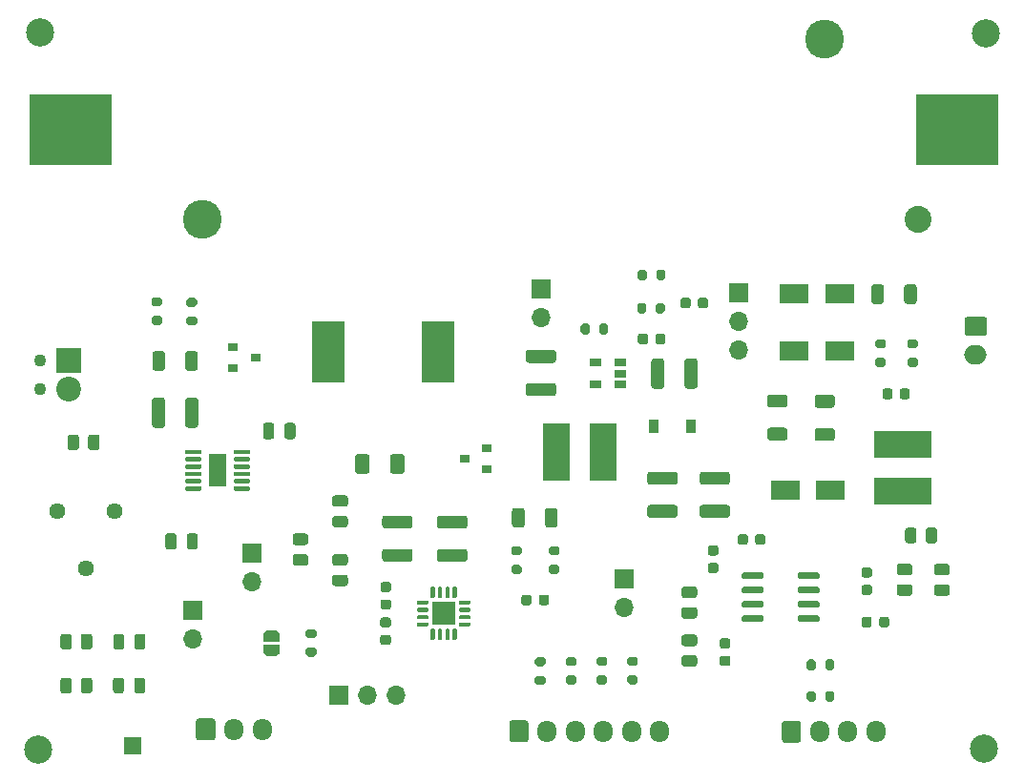
<source format=gbr>
%TF.GenerationSoftware,KiCad,Pcbnew,5.1.12-84ad8e8a86~92~ubuntu20.04.1*%
%TF.CreationDate,2022-07-31T12:46:28-07:00*%
%TF.ProjectId,MPPTSolarPwrModule,4d505054-536f-46c6-9172-5077724d6f64,rev?*%
%TF.SameCoordinates,Original*%
%TF.FileFunction,Soldermask,Top*%
%TF.FilePolarity,Negative*%
%FSLAX46Y46*%
G04 Gerber Fmt 4.6, Leading zero omitted, Abs format (unit mm)*
G04 Created by KiCad (PCBNEW 5.1.12-84ad8e8a86~92~ubuntu20.04.1) date 2022-07-31 12:46:28*
%MOMM*%
%LPD*%
G01*
G04 APERTURE LIST*
%ADD10R,2.100000X2.100000*%
%ADD11R,2.350000X5.100000*%
%ADD12R,7.340000X6.350000*%
%ADD13C,3.450000*%
%ADD14C,2.390000*%
%ADD15R,0.900000X0.800000*%
%ADD16R,2.500000X1.800000*%
%ADD17R,0.900000X1.200000*%
%ADD18C,2.500000*%
%ADD19R,1.700000X1.700000*%
%ADD20O,1.700000X1.700000*%
%ADD21O,2.000000X1.700000*%
%ADD22R,2.900000X5.400000*%
%ADD23R,5.100000X2.350000*%
%ADD24R,1.650000X2.850000*%
%ADD25R,1.060000X0.650000*%
%ADD26C,0.100000*%
%ADD27R,2.200000X2.200000*%
%ADD28C,1.100000*%
%ADD29C,2.200000*%
%ADD30C,1.440000*%
%ADD31R,1.500000X1.500000*%
%ADD32O,1.700000X1.950000*%
G04 APERTURE END LIST*
D10*
%TO.C,U2*%
X130539600Y-92217200D03*
G36*
G01*
X129389600Y-90779700D02*
X129389600Y-89929700D01*
G75*
G02*
X129477100Y-89842200I87500J0D01*
G01*
X129652100Y-89842200D01*
G75*
G02*
X129739600Y-89929700I0J-87500D01*
G01*
X129739600Y-90779700D01*
G75*
G02*
X129652100Y-90867200I-87500J0D01*
G01*
X129477100Y-90867200D01*
G75*
G02*
X129389600Y-90779700I0J87500D01*
G01*
G37*
G36*
G01*
X130039600Y-90779700D02*
X130039600Y-89929700D01*
G75*
G02*
X130127100Y-89842200I87500J0D01*
G01*
X130302100Y-89842200D01*
G75*
G02*
X130389600Y-89929700I0J-87500D01*
G01*
X130389600Y-90779700D01*
G75*
G02*
X130302100Y-90867200I-87500J0D01*
G01*
X130127100Y-90867200D01*
G75*
G02*
X130039600Y-90779700I0J87500D01*
G01*
G37*
G36*
G01*
X130689600Y-90779700D02*
X130689600Y-89929700D01*
G75*
G02*
X130777100Y-89842200I87500J0D01*
G01*
X130952100Y-89842200D01*
G75*
G02*
X131039600Y-89929700I0J-87500D01*
G01*
X131039600Y-90779700D01*
G75*
G02*
X130952100Y-90867200I-87500J0D01*
G01*
X130777100Y-90867200D01*
G75*
G02*
X130689600Y-90779700I0J87500D01*
G01*
G37*
G36*
G01*
X131339600Y-90779700D02*
X131339600Y-89929700D01*
G75*
G02*
X131427100Y-89842200I87500J0D01*
G01*
X131602100Y-89842200D01*
G75*
G02*
X131689600Y-89929700I0J-87500D01*
G01*
X131689600Y-90779700D01*
G75*
G02*
X131602100Y-90867200I-87500J0D01*
G01*
X131427100Y-90867200D01*
G75*
G02*
X131339600Y-90779700I0J87500D01*
G01*
G37*
G36*
G01*
X131889600Y-91329700D02*
X131889600Y-91154700D01*
G75*
G02*
X131977100Y-91067200I87500J0D01*
G01*
X132827100Y-91067200D01*
G75*
G02*
X132914600Y-91154700I0J-87500D01*
G01*
X132914600Y-91329700D01*
G75*
G02*
X132827100Y-91417200I-87500J0D01*
G01*
X131977100Y-91417200D01*
G75*
G02*
X131889600Y-91329700I0J87500D01*
G01*
G37*
G36*
G01*
X131889600Y-91979700D02*
X131889600Y-91804700D01*
G75*
G02*
X131977100Y-91717200I87500J0D01*
G01*
X132827100Y-91717200D01*
G75*
G02*
X132914600Y-91804700I0J-87500D01*
G01*
X132914600Y-91979700D01*
G75*
G02*
X132827100Y-92067200I-87500J0D01*
G01*
X131977100Y-92067200D01*
G75*
G02*
X131889600Y-91979700I0J87500D01*
G01*
G37*
G36*
G01*
X131889600Y-92629700D02*
X131889600Y-92454700D01*
G75*
G02*
X131977100Y-92367200I87500J0D01*
G01*
X132827100Y-92367200D01*
G75*
G02*
X132914600Y-92454700I0J-87500D01*
G01*
X132914600Y-92629700D01*
G75*
G02*
X132827100Y-92717200I-87500J0D01*
G01*
X131977100Y-92717200D01*
G75*
G02*
X131889600Y-92629700I0J87500D01*
G01*
G37*
G36*
G01*
X131889600Y-93279700D02*
X131889600Y-93104700D01*
G75*
G02*
X131977100Y-93017200I87500J0D01*
G01*
X132827100Y-93017200D01*
G75*
G02*
X132914600Y-93104700I0J-87500D01*
G01*
X132914600Y-93279700D01*
G75*
G02*
X132827100Y-93367200I-87500J0D01*
G01*
X131977100Y-93367200D01*
G75*
G02*
X131889600Y-93279700I0J87500D01*
G01*
G37*
G36*
G01*
X131339600Y-94504700D02*
X131339600Y-93654700D01*
G75*
G02*
X131427100Y-93567200I87500J0D01*
G01*
X131602100Y-93567200D01*
G75*
G02*
X131689600Y-93654700I0J-87500D01*
G01*
X131689600Y-94504700D01*
G75*
G02*
X131602100Y-94592200I-87500J0D01*
G01*
X131427100Y-94592200D01*
G75*
G02*
X131339600Y-94504700I0J87500D01*
G01*
G37*
G36*
G01*
X130689600Y-94504700D02*
X130689600Y-93654700D01*
G75*
G02*
X130777100Y-93567200I87500J0D01*
G01*
X130952100Y-93567200D01*
G75*
G02*
X131039600Y-93654700I0J-87500D01*
G01*
X131039600Y-94504700D01*
G75*
G02*
X130952100Y-94592200I-87500J0D01*
G01*
X130777100Y-94592200D01*
G75*
G02*
X130689600Y-94504700I0J87500D01*
G01*
G37*
G36*
G01*
X130039600Y-94504700D02*
X130039600Y-93654700D01*
G75*
G02*
X130127100Y-93567200I87500J0D01*
G01*
X130302100Y-93567200D01*
G75*
G02*
X130389600Y-93654700I0J-87500D01*
G01*
X130389600Y-94504700D01*
G75*
G02*
X130302100Y-94592200I-87500J0D01*
G01*
X130127100Y-94592200D01*
G75*
G02*
X130039600Y-94504700I0J87500D01*
G01*
G37*
G36*
G01*
X129389600Y-94504700D02*
X129389600Y-93654700D01*
G75*
G02*
X129477100Y-93567200I87500J0D01*
G01*
X129652100Y-93567200D01*
G75*
G02*
X129739600Y-93654700I0J-87500D01*
G01*
X129739600Y-94504700D01*
G75*
G02*
X129652100Y-94592200I-87500J0D01*
G01*
X129477100Y-94592200D01*
G75*
G02*
X129389600Y-94504700I0J87500D01*
G01*
G37*
G36*
G01*
X128164600Y-93279700D02*
X128164600Y-93104700D01*
G75*
G02*
X128252100Y-93017200I87500J0D01*
G01*
X129102100Y-93017200D01*
G75*
G02*
X129189600Y-93104700I0J-87500D01*
G01*
X129189600Y-93279700D01*
G75*
G02*
X129102100Y-93367200I-87500J0D01*
G01*
X128252100Y-93367200D01*
G75*
G02*
X128164600Y-93279700I0J87500D01*
G01*
G37*
G36*
G01*
X128164600Y-92629700D02*
X128164600Y-92454700D01*
G75*
G02*
X128252100Y-92367200I87500J0D01*
G01*
X129102100Y-92367200D01*
G75*
G02*
X129189600Y-92454700I0J-87500D01*
G01*
X129189600Y-92629700D01*
G75*
G02*
X129102100Y-92717200I-87500J0D01*
G01*
X128252100Y-92717200D01*
G75*
G02*
X128164600Y-92629700I0J87500D01*
G01*
G37*
G36*
G01*
X128164600Y-91979700D02*
X128164600Y-91804700D01*
G75*
G02*
X128252100Y-91717200I87500J0D01*
G01*
X129102100Y-91717200D01*
G75*
G02*
X129189600Y-91804700I0J-87500D01*
G01*
X129189600Y-91979700D01*
G75*
G02*
X129102100Y-92067200I-87500J0D01*
G01*
X128252100Y-92067200D01*
G75*
G02*
X128164600Y-91979700I0J87500D01*
G01*
G37*
G36*
G01*
X128164600Y-91329700D02*
X128164600Y-91154700D01*
G75*
G02*
X128252100Y-91067200I87500J0D01*
G01*
X129102100Y-91067200D01*
G75*
G02*
X129189600Y-91154700I0J-87500D01*
G01*
X129189600Y-91329700D01*
G75*
G02*
X129102100Y-91417200I-87500J0D01*
G01*
X128252100Y-91417200D01*
G75*
G02*
X128164600Y-91329700I0J87500D01*
G01*
G37*
%TD*%
D11*
%TO.C,L2*%
X140527600Y-77896000D03*
X144677600Y-77896000D03*
%TD*%
D12*
%TO.C,BT1*%
X176057400Y-49219400D03*
X97397400Y-49219400D03*
D13*
X109127400Y-57219400D03*
X164327400Y-41219400D03*
D14*
X172657400Y-57219400D03*
%TD*%
%TO.C,D1*%
G36*
G01*
X102202500Y-94253750D02*
X102202500Y-95166250D01*
G75*
G02*
X101958750Y-95410000I-243750J0D01*
G01*
X101471250Y-95410000D01*
G75*
G02*
X101227500Y-95166250I0J243750D01*
G01*
X101227500Y-94253750D01*
G75*
G02*
X101471250Y-94010000I243750J0D01*
G01*
X101958750Y-94010000D01*
G75*
G02*
X102202500Y-94253750I0J-243750D01*
G01*
G37*
G36*
G01*
X104077500Y-94253750D02*
X104077500Y-95166250D01*
G75*
G02*
X103833750Y-95410000I-243750J0D01*
G01*
X103346250Y-95410000D01*
G75*
G02*
X103102500Y-95166250I0J243750D01*
G01*
X103102500Y-94253750D01*
G75*
G02*
X103346250Y-94010000I243750J0D01*
G01*
X103833750Y-94010000D01*
G75*
G02*
X104077500Y-94253750I0J-243750D01*
G01*
G37*
%TD*%
%TO.C,D2*%
G36*
G01*
X104052500Y-98153750D02*
X104052500Y-99066250D01*
G75*
G02*
X103808750Y-99310000I-243750J0D01*
G01*
X103321250Y-99310000D01*
G75*
G02*
X103077500Y-99066250I0J243750D01*
G01*
X103077500Y-98153750D01*
G75*
G02*
X103321250Y-97910000I243750J0D01*
G01*
X103808750Y-97910000D01*
G75*
G02*
X104052500Y-98153750I0J-243750D01*
G01*
G37*
G36*
G01*
X102177500Y-98153750D02*
X102177500Y-99066250D01*
G75*
G02*
X101933750Y-99310000I-243750J0D01*
G01*
X101446250Y-99310000D01*
G75*
G02*
X101202500Y-99066250I0J243750D01*
G01*
X101202500Y-98153750D01*
G75*
G02*
X101446250Y-97910000I243750J0D01*
G01*
X101933750Y-97910000D01*
G75*
G02*
X102177500Y-98153750I0J-243750D01*
G01*
G37*
%TD*%
D15*
%TO.C,D3*%
X113826000Y-69514000D03*
X111826000Y-70464000D03*
X111826000Y-68564000D03*
%TD*%
%TO.C,D4*%
X134390000Y-79410000D03*
X134390000Y-77510000D03*
X132390000Y-78460000D03*
%TD*%
D16*
%TO.C,D5*%
X164840000Y-81260000D03*
X160840000Y-81260000D03*
%TD*%
D17*
%TO.C,D6*%
X152490000Y-75560000D03*
X149190000Y-75560000D03*
%TD*%
D16*
%TO.C,D7*%
X161640000Y-68910000D03*
X165640000Y-68910000D03*
%TD*%
%TO.C,D8*%
X165640000Y-63860000D03*
X161640000Y-63860000D03*
%TD*%
D18*
%TO.C,H1*%
X94690000Y-40660000D03*
%TD*%
%TO.C,H2*%
X178662800Y-40710400D03*
%TD*%
%TO.C,H3*%
X94588800Y-104266280D03*
%TD*%
D19*
%TO.C,J2*%
X113490000Y-86870000D03*
D20*
X113490000Y-89410000D03*
%TD*%
D19*
%TO.C,J4*%
X108240000Y-91910000D03*
D20*
X108240000Y-94450000D03*
%TD*%
%TO.C,J5*%
X146519100Y-91637400D03*
D19*
X146519100Y-89097400D03*
%TD*%
%TO.C,J9*%
X156690000Y-63760000D03*
D20*
X156690000Y-66300000D03*
X156690000Y-68840000D03*
%TD*%
D21*
%TO.C,J10*%
X177740000Y-69210000D03*
G36*
G01*
X176990000Y-65860000D02*
X178490000Y-65860000D01*
G75*
G02*
X178740000Y-66110000I0J-250000D01*
G01*
X178740000Y-67310000D01*
G75*
G02*
X178490000Y-67560000I-250000J0D01*
G01*
X176990000Y-67560000D01*
G75*
G02*
X176740000Y-67310000I0J250000D01*
G01*
X176740000Y-66110000D01*
G75*
G02*
X176990000Y-65860000I250000J0D01*
G01*
G37*
%TD*%
D22*
%TO.C,L1*%
X130000000Y-69020000D03*
X120300000Y-69020000D03*
%TD*%
D23*
%TO.C,L3*%
X171290000Y-77160000D03*
X171290000Y-81310000D03*
%TD*%
%TO.C,R19*%
G36*
G01*
X122665000Y-79562400D02*
X122665000Y-78312400D01*
G75*
G02*
X122915000Y-78062400I250000J0D01*
G01*
X123715000Y-78062400D01*
G75*
G02*
X123965000Y-78312400I0J-250000D01*
G01*
X123965000Y-79562400D01*
G75*
G02*
X123715000Y-79812400I-250000J0D01*
G01*
X122915000Y-79812400D01*
G75*
G02*
X122665000Y-79562400I0J250000D01*
G01*
G37*
G36*
G01*
X125765000Y-79562400D02*
X125765000Y-78312400D01*
G75*
G02*
X126015000Y-78062400I250000J0D01*
G01*
X126815000Y-78062400D01*
G75*
G02*
X127065000Y-78312400I0J-250000D01*
G01*
X127065000Y-79562400D01*
G75*
G02*
X126815000Y-79812400I-250000J0D01*
G01*
X126015000Y-79812400D01*
G75*
G02*
X125765000Y-79562400I0J250000D01*
G01*
G37*
%TD*%
%TO.C,U1*%
G36*
G01*
X107605000Y-77965000D02*
X107605000Y-77765000D01*
G75*
G02*
X107705000Y-77665000I100000J0D01*
G01*
X108955000Y-77665000D01*
G75*
G02*
X109055000Y-77765000I0J-100000D01*
G01*
X109055000Y-77965000D01*
G75*
G02*
X108955000Y-78065000I-100000J0D01*
G01*
X107705000Y-78065000D01*
G75*
G02*
X107605000Y-77965000I0J100000D01*
G01*
G37*
G36*
G01*
X107605000Y-78615000D02*
X107605000Y-78415000D01*
G75*
G02*
X107705000Y-78315000I100000J0D01*
G01*
X108955000Y-78315000D01*
G75*
G02*
X109055000Y-78415000I0J-100000D01*
G01*
X109055000Y-78615000D01*
G75*
G02*
X108955000Y-78715000I-100000J0D01*
G01*
X107705000Y-78715000D01*
G75*
G02*
X107605000Y-78615000I0J100000D01*
G01*
G37*
G36*
G01*
X107605000Y-79265000D02*
X107605000Y-79065000D01*
G75*
G02*
X107705000Y-78965000I100000J0D01*
G01*
X108955000Y-78965000D01*
G75*
G02*
X109055000Y-79065000I0J-100000D01*
G01*
X109055000Y-79265000D01*
G75*
G02*
X108955000Y-79365000I-100000J0D01*
G01*
X107705000Y-79365000D01*
G75*
G02*
X107605000Y-79265000I0J100000D01*
G01*
G37*
G36*
G01*
X107605000Y-79915000D02*
X107605000Y-79715000D01*
G75*
G02*
X107705000Y-79615000I100000J0D01*
G01*
X108955000Y-79615000D01*
G75*
G02*
X109055000Y-79715000I0J-100000D01*
G01*
X109055000Y-79915000D01*
G75*
G02*
X108955000Y-80015000I-100000J0D01*
G01*
X107705000Y-80015000D01*
G75*
G02*
X107605000Y-79915000I0J100000D01*
G01*
G37*
G36*
G01*
X107605000Y-80565000D02*
X107605000Y-80365000D01*
G75*
G02*
X107705000Y-80265000I100000J0D01*
G01*
X108955000Y-80265000D01*
G75*
G02*
X109055000Y-80365000I0J-100000D01*
G01*
X109055000Y-80565000D01*
G75*
G02*
X108955000Y-80665000I-100000J0D01*
G01*
X107705000Y-80665000D01*
G75*
G02*
X107605000Y-80565000I0J100000D01*
G01*
G37*
G36*
G01*
X107605000Y-81215000D02*
X107605000Y-81015000D01*
G75*
G02*
X107705000Y-80915000I100000J0D01*
G01*
X108955000Y-80915000D01*
G75*
G02*
X109055000Y-81015000I0J-100000D01*
G01*
X109055000Y-81215000D01*
G75*
G02*
X108955000Y-81315000I-100000J0D01*
G01*
X107705000Y-81315000D01*
G75*
G02*
X107605000Y-81215000I0J100000D01*
G01*
G37*
G36*
G01*
X111905000Y-81215000D02*
X111905000Y-81015000D01*
G75*
G02*
X112005000Y-80915000I100000J0D01*
G01*
X113255000Y-80915000D01*
G75*
G02*
X113355000Y-81015000I0J-100000D01*
G01*
X113355000Y-81215000D01*
G75*
G02*
X113255000Y-81315000I-100000J0D01*
G01*
X112005000Y-81315000D01*
G75*
G02*
X111905000Y-81215000I0J100000D01*
G01*
G37*
G36*
G01*
X111905000Y-80565000D02*
X111905000Y-80365000D01*
G75*
G02*
X112005000Y-80265000I100000J0D01*
G01*
X113255000Y-80265000D01*
G75*
G02*
X113355000Y-80365000I0J-100000D01*
G01*
X113355000Y-80565000D01*
G75*
G02*
X113255000Y-80665000I-100000J0D01*
G01*
X112005000Y-80665000D01*
G75*
G02*
X111905000Y-80565000I0J100000D01*
G01*
G37*
G36*
G01*
X111905000Y-79915000D02*
X111905000Y-79715000D01*
G75*
G02*
X112005000Y-79615000I100000J0D01*
G01*
X113255000Y-79615000D01*
G75*
G02*
X113355000Y-79715000I0J-100000D01*
G01*
X113355000Y-79915000D01*
G75*
G02*
X113255000Y-80015000I-100000J0D01*
G01*
X112005000Y-80015000D01*
G75*
G02*
X111905000Y-79915000I0J100000D01*
G01*
G37*
G36*
G01*
X111905000Y-79265000D02*
X111905000Y-79065000D01*
G75*
G02*
X112005000Y-78965000I100000J0D01*
G01*
X113255000Y-78965000D01*
G75*
G02*
X113355000Y-79065000I0J-100000D01*
G01*
X113355000Y-79265000D01*
G75*
G02*
X113255000Y-79365000I-100000J0D01*
G01*
X112005000Y-79365000D01*
G75*
G02*
X111905000Y-79265000I0J100000D01*
G01*
G37*
G36*
G01*
X111905000Y-78615000D02*
X111905000Y-78415000D01*
G75*
G02*
X112005000Y-78315000I100000J0D01*
G01*
X113255000Y-78315000D01*
G75*
G02*
X113355000Y-78415000I0J-100000D01*
G01*
X113355000Y-78615000D01*
G75*
G02*
X113255000Y-78715000I-100000J0D01*
G01*
X112005000Y-78715000D01*
G75*
G02*
X111905000Y-78615000I0J100000D01*
G01*
G37*
G36*
G01*
X111905000Y-77965000D02*
X111905000Y-77765000D01*
G75*
G02*
X112005000Y-77665000I100000J0D01*
G01*
X113255000Y-77665000D01*
G75*
G02*
X113355000Y-77765000I0J-100000D01*
G01*
X113355000Y-77965000D01*
G75*
G02*
X113255000Y-78065000I-100000J0D01*
G01*
X112005000Y-78065000D01*
G75*
G02*
X111905000Y-77965000I0J100000D01*
G01*
G37*
D24*
X110480000Y-79490000D03*
%TD*%
%TO.C,U3*%
G36*
G01*
X156990000Y-89005000D02*
X156990000Y-88705000D01*
G75*
G02*
X157140000Y-88555000I150000J0D01*
G01*
X158790000Y-88555000D01*
G75*
G02*
X158940000Y-88705000I0J-150000D01*
G01*
X158940000Y-89005000D01*
G75*
G02*
X158790000Y-89155000I-150000J0D01*
G01*
X157140000Y-89155000D01*
G75*
G02*
X156990000Y-89005000I0J150000D01*
G01*
G37*
G36*
G01*
X156990000Y-90275000D02*
X156990000Y-89975000D01*
G75*
G02*
X157140000Y-89825000I150000J0D01*
G01*
X158790000Y-89825000D01*
G75*
G02*
X158940000Y-89975000I0J-150000D01*
G01*
X158940000Y-90275000D01*
G75*
G02*
X158790000Y-90425000I-150000J0D01*
G01*
X157140000Y-90425000D01*
G75*
G02*
X156990000Y-90275000I0J150000D01*
G01*
G37*
G36*
G01*
X156990000Y-91545000D02*
X156990000Y-91245000D01*
G75*
G02*
X157140000Y-91095000I150000J0D01*
G01*
X158790000Y-91095000D01*
G75*
G02*
X158940000Y-91245000I0J-150000D01*
G01*
X158940000Y-91545000D01*
G75*
G02*
X158790000Y-91695000I-150000J0D01*
G01*
X157140000Y-91695000D01*
G75*
G02*
X156990000Y-91545000I0J150000D01*
G01*
G37*
G36*
G01*
X156990000Y-92815000D02*
X156990000Y-92515000D01*
G75*
G02*
X157140000Y-92365000I150000J0D01*
G01*
X158790000Y-92365000D01*
G75*
G02*
X158940000Y-92515000I0J-150000D01*
G01*
X158940000Y-92815000D01*
G75*
G02*
X158790000Y-92965000I-150000J0D01*
G01*
X157140000Y-92965000D01*
G75*
G02*
X156990000Y-92815000I0J150000D01*
G01*
G37*
G36*
G01*
X161940000Y-92815000D02*
X161940000Y-92515000D01*
G75*
G02*
X162090000Y-92365000I150000J0D01*
G01*
X163740000Y-92365000D01*
G75*
G02*
X163890000Y-92515000I0J-150000D01*
G01*
X163890000Y-92815000D01*
G75*
G02*
X163740000Y-92965000I-150000J0D01*
G01*
X162090000Y-92965000D01*
G75*
G02*
X161940000Y-92815000I0J150000D01*
G01*
G37*
G36*
G01*
X161940000Y-91545000D02*
X161940000Y-91245000D01*
G75*
G02*
X162090000Y-91095000I150000J0D01*
G01*
X163740000Y-91095000D01*
G75*
G02*
X163890000Y-91245000I0J-150000D01*
G01*
X163890000Y-91545000D01*
G75*
G02*
X163740000Y-91695000I-150000J0D01*
G01*
X162090000Y-91695000D01*
G75*
G02*
X161940000Y-91545000I0J150000D01*
G01*
G37*
G36*
G01*
X161940000Y-90275000D02*
X161940000Y-89975000D01*
G75*
G02*
X162090000Y-89825000I150000J0D01*
G01*
X163740000Y-89825000D01*
G75*
G02*
X163890000Y-89975000I0J-150000D01*
G01*
X163890000Y-90275000D01*
G75*
G02*
X163740000Y-90425000I-150000J0D01*
G01*
X162090000Y-90425000D01*
G75*
G02*
X161940000Y-90275000I0J150000D01*
G01*
G37*
G36*
G01*
X161940000Y-89005000D02*
X161940000Y-88705000D01*
G75*
G02*
X162090000Y-88555000I150000J0D01*
G01*
X163740000Y-88555000D01*
G75*
G02*
X163890000Y-88705000I0J-150000D01*
G01*
X163890000Y-89005000D01*
G75*
G02*
X163740000Y-89155000I-150000J0D01*
G01*
X162090000Y-89155000D01*
G75*
G02*
X161940000Y-89005000I0J150000D01*
G01*
G37*
%TD*%
D25*
%TO.C,U4*%
X146217200Y-71850800D03*
X146217200Y-70900800D03*
X146217200Y-69950800D03*
X144017200Y-69950800D03*
X144017200Y-71850800D03*
%TD*%
D18*
%TO.C,H4*%
X178505320Y-104215480D03*
%TD*%
D26*
%TO.C,JP1*%
G36*
X116014400Y-94987800D02*
G01*
X116014400Y-95487800D01*
X116013798Y-95487800D01*
X116013798Y-95512334D01*
X116008988Y-95561165D01*
X115999416Y-95609290D01*
X115985172Y-95656245D01*
X115966395Y-95701578D01*
X115943264Y-95744851D01*
X115916004Y-95785650D01*
X115884876Y-95823579D01*
X115850179Y-95858276D01*
X115812250Y-95889404D01*
X115771451Y-95916664D01*
X115728178Y-95939795D01*
X115682845Y-95958572D01*
X115635890Y-95972816D01*
X115587765Y-95982388D01*
X115538934Y-95987198D01*
X115514400Y-95987198D01*
X115514400Y-95987800D01*
X115014400Y-95987800D01*
X115014400Y-95987198D01*
X114989866Y-95987198D01*
X114941035Y-95982388D01*
X114892910Y-95972816D01*
X114845955Y-95958572D01*
X114800622Y-95939795D01*
X114757349Y-95916664D01*
X114716550Y-95889404D01*
X114678621Y-95858276D01*
X114643924Y-95823579D01*
X114612796Y-95785650D01*
X114585536Y-95744851D01*
X114562405Y-95701578D01*
X114543628Y-95656245D01*
X114529384Y-95609290D01*
X114519812Y-95561165D01*
X114515002Y-95512334D01*
X114515002Y-95487800D01*
X114514400Y-95487800D01*
X114514400Y-94987800D01*
X116014400Y-94987800D01*
G37*
G36*
X114515002Y-94187800D02*
G01*
X114515002Y-94163266D01*
X114519812Y-94114435D01*
X114529384Y-94066310D01*
X114543628Y-94019355D01*
X114562405Y-93974022D01*
X114585536Y-93930749D01*
X114612796Y-93889950D01*
X114643924Y-93852021D01*
X114678621Y-93817324D01*
X114716550Y-93786196D01*
X114757349Y-93758936D01*
X114800622Y-93735805D01*
X114845955Y-93717028D01*
X114892910Y-93702784D01*
X114941035Y-93693212D01*
X114989866Y-93688402D01*
X115014400Y-93688402D01*
X115014400Y-93687800D01*
X115514400Y-93687800D01*
X115514400Y-93688402D01*
X115538934Y-93688402D01*
X115587765Y-93693212D01*
X115635890Y-93702784D01*
X115682845Y-93717028D01*
X115728178Y-93735805D01*
X115771451Y-93758936D01*
X115812250Y-93786196D01*
X115850179Y-93817324D01*
X115884876Y-93852021D01*
X115916004Y-93889950D01*
X115943264Y-93930749D01*
X115966395Y-93974022D01*
X115985172Y-94019355D01*
X115999416Y-94066310D01*
X116008988Y-94114435D01*
X116013798Y-94163266D01*
X116013798Y-94187800D01*
X116014400Y-94187800D01*
X116014400Y-94687800D01*
X114514400Y-94687800D01*
X114514400Y-94187800D01*
X114515002Y-94187800D01*
G37*
%TD*%
D27*
%TO.C,J1*%
X97240000Y-69760000D03*
D28*
X94700000Y-69760000D03*
D29*
X97240000Y-72300000D03*
D28*
X94700000Y-72300000D03*
%TD*%
D30*
%TO.C,RV1*%
X101295000Y-83085000D03*
X98755000Y-88165000D03*
X96215000Y-83085000D03*
%TD*%
D19*
%TO.C,J6*%
X121258800Y-99486000D03*
D20*
X123798800Y-99486000D03*
X126338800Y-99486000D03*
%TD*%
D31*
%TO.C,TP1*%
X102970800Y-103981800D03*
%TD*%
%TO.C,C1*%
G36*
G01*
X108765000Y-73284999D02*
X108765000Y-75485001D01*
G75*
G02*
X108515001Y-75735000I-249999J0D01*
G01*
X107864999Y-75735000D01*
G75*
G02*
X107615000Y-75485001I0J249999D01*
G01*
X107615000Y-73284999D01*
G75*
G02*
X107864999Y-73035000I249999J0D01*
G01*
X108515001Y-73035000D01*
G75*
G02*
X108765000Y-73284999I0J-249999D01*
G01*
G37*
G36*
G01*
X105815000Y-73284999D02*
X105815000Y-75485001D01*
G75*
G02*
X105565001Y-75735000I-249999J0D01*
G01*
X104914999Y-75735000D01*
G75*
G02*
X104665000Y-75485001I0J249999D01*
G01*
X104665000Y-73284999D01*
G75*
G02*
X104914999Y-73035000I249999J0D01*
G01*
X105565001Y-73035000D01*
G75*
G02*
X105815000Y-73284999I0J-249999D01*
G01*
G37*
%TD*%
%TO.C,C2*%
G36*
G01*
X106840000Y-85335000D02*
X106840000Y-86285000D01*
G75*
G02*
X106590000Y-86535000I-250000J0D01*
G01*
X106090000Y-86535000D01*
G75*
G02*
X105840000Y-86285000I0J250000D01*
G01*
X105840000Y-85335000D01*
G75*
G02*
X106090000Y-85085000I250000J0D01*
G01*
X106590000Y-85085000D01*
G75*
G02*
X106840000Y-85335000I0J-250000D01*
G01*
G37*
G36*
G01*
X108740000Y-85335000D02*
X108740000Y-86285000D01*
G75*
G02*
X108490000Y-86535000I-250000J0D01*
G01*
X107990000Y-86535000D01*
G75*
G02*
X107740000Y-86285000I0J250000D01*
G01*
X107740000Y-85335000D01*
G75*
G02*
X107990000Y-85085000I250000J0D01*
G01*
X108490000Y-85085000D01*
G75*
G02*
X108740000Y-85335000I0J-250000D01*
G01*
G37*
%TD*%
%TO.C,C8*%
G36*
G01*
X114502500Y-76485000D02*
X114502500Y-75535000D01*
G75*
G02*
X114752500Y-75285000I250000J0D01*
G01*
X115252500Y-75285000D01*
G75*
G02*
X115502500Y-75535000I0J-250000D01*
G01*
X115502500Y-76485000D01*
G75*
G02*
X115252500Y-76735000I-250000J0D01*
G01*
X114752500Y-76735000D01*
G75*
G02*
X114502500Y-76485000I0J250000D01*
G01*
G37*
G36*
G01*
X116402500Y-76485000D02*
X116402500Y-75535000D01*
G75*
G02*
X116652500Y-75285000I250000J0D01*
G01*
X117152500Y-75285000D01*
G75*
G02*
X117402500Y-75535000I0J-250000D01*
G01*
X117402500Y-76485000D01*
G75*
G02*
X117152500Y-76735000I-250000J0D01*
G01*
X116652500Y-76735000D01*
G75*
G02*
X116402500Y-76485000I0J250000D01*
G01*
G37*
%TD*%
%TO.C,R6*%
G36*
G01*
X98190000Y-76559999D02*
X98190000Y-77460001D01*
G75*
G02*
X97940001Y-77710000I-249999J0D01*
G01*
X97414999Y-77710000D01*
G75*
G02*
X97165000Y-77460001I0J249999D01*
G01*
X97165000Y-76559999D01*
G75*
G02*
X97414999Y-76310000I249999J0D01*
G01*
X97940001Y-76310000D01*
G75*
G02*
X98190000Y-76559999I0J-249999D01*
G01*
G37*
G36*
G01*
X100015000Y-76559999D02*
X100015000Y-77460001D01*
G75*
G02*
X99765001Y-77710000I-249999J0D01*
G01*
X99239999Y-77710000D01*
G75*
G02*
X98990000Y-77460001I0J249999D01*
G01*
X98990000Y-76559999D01*
G75*
G02*
X99239999Y-76310000I249999J0D01*
G01*
X99765001Y-76310000D01*
G75*
G02*
X100015000Y-76559999I0J-249999D01*
G01*
G37*
%TD*%
%TO.C,R13*%
G36*
G01*
X118279801Y-86133900D02*
X117379799Y-86133900D01*
G75*
G02*
X117129800Y-85883901I0J249999D01*
G01*
X117129800Y-85358899D01*
G75*
G02*
X117379799Y-85108900I249999J0D01*
G01*
X118279801Y-85108900D01*
G75*
G02*
X118529800Y-85358899I0J-249999D01*
G01*
X118529800Y-85883901D01*
G75*
G02*
X118279801Y-86133900I-249999J0D01*
G01*
G37*
G36*
G01*
X118279801Y-87958900D02*
X117379799Y-87958900D01*
G75*
G02*
X117129800Y-87708901I0J249999D01*
G01*
X117129800Y-87183899D01*
G75*
G02*
X117379799Y-86933900I249999J0D01*
G01*
X118279801Y-86933900D01*
G75*
G02*
X118529800Y-87183899I0J-249999D01*
G01*
X118529800Y-87708901D01*
G75*
G02*
X118279801Y-87958900I-249999J0D01*
G01*
G37*
%TD*%
%TO.C,R14*%
G36*
G01*
X120889999Y-81715000D02*
X121790001Y-81715000D01*
G75*
G02*
X122040000Y-81964999I0J-249999D01*
G01*
X122040000Y-82490001D01*
G75*
G02*
X121790001Y-82740000I-249999J0D01*
G01*
X120889999Y-82740000D01*
G75*
G02*
X120640000Y-82490001I0J249999D01*
G01*
X120640000Y-81964999D01*
G75*
G02*
X120889999Y-81715000I249999J0D01*
G01*
G37*
G36*
G01*
X120889999Y-83540000D02*
X121790001Y-83540000D01*
G75*
G02*
X122040000Y-83789999I0J-249999D01*
G01*
X122040000Y-84315001D01*
G75*
G02*
X121790001Y-84565000I-249999J0D01*
G01*
X120889999Y-84565000D01*
G75*
G02*
X120640000Y-84315001I0J249999D01*
G01*
X120640000Y-83789999D01*
G75*
G02*
X120889999Y-83540000I249999J0D01*
G01*
G37*
%TD*%
%TO.C,R15*%
G36*
G01*
X120884999Y-86933900D02*
X121785001Y-86933900D01*
G75*
G02*
X122035000Y-87183899I0J-249999D01*
G01*
X122035000Y-87708901D01*
G75*
G02*
X121785001Y-87958900I-249999J0D01*
G01*
X120884999Y-87958900D01*
G75*
G02*
X120635000Y-87708901I0J249999D01*
G01*
X120635000Y-87183899D01*
G75*
G02*
X120884999Y-86933900I249999J0D01*
G01*
G37*
G36*
G01*
X120884999Y-88758900D02*
X121785001Y-88758900D01*
G75*
G02*
X122035000Y-89008899I0J-249999D01*
G01*
X122035000Y-89533901D01*
G75*
G02*
X121785001Y-89783900I-249999J0D01*
G01*
X120884999Y-89783900D01*
G75*
G02*
X120635000Y-89533901I0J249999D01*
G01*
X120635000Y-89008899D01*
G75*
G02*
X120884999Y-88758900I249999J0D01*
G01*
G37*
%TD*%
%TO.C,C3*%
G36*
G01*
X171902500Y-72460000D02*
X171902500Y-72960000D01*
G75*
G02*
X171677500Y-73185000I-225000J0D01*
G01*
X171227500Y-73185000D01*
G75*
G02*
X171002500Y-72960000I0J225000D01*
G01*
X171002500Y-72460000D01*
G75*
G02*
X171227500Y-72235000I225000J0D01*
G01*
X171677500Y-72235000D01*
G75*
G02*
X171902500Y-72460000I0J-225000D01*
G01*
G37*
G36*
G01*
X170352500Y-72460000D02*
X170352500Y-72960000D01*
G75*
G02*
X170127500Y-73185000I-225000J0D01*
G01*
X169677500Y-73185000D01*
G75*
G02*
X169452500Y-72960000I0J225000D01*
G01*
X169452500Y-72460000D01*
G75*
G02*
X169677500Y-72235000I225000J0D01*
G01*
X170127500Y-72235000D01*
G75*
G02*
X170352500Y-72460000I0J-225000D01*
G01*
G37*
%TD*%
%TO.C,C4*%
G36*
G01*
X138328300Y-90761400D02*
X138328300Y-91261400D01*
G75*
G02*
X138103300Y-91486400I-225000J0D01*
G01*
X137653300Y-91486400D01*
G75*
G02*
X137428300Y-91261400I0J225000D01*
G01*
X137428300Y-90761400D01*
G75*
G02*
X137653300Y-90536400I225000J0D01*
G01*
X138103300Y-90536400D01*
G75*
G02*
X138328300Y-90761400I0J-225000D01*
G01*
G37*
G36*
G01*
X139878300Y-90761400D02*
X139878300Y-91261400D01*
G75*
G02*
X139653300Y-91486400I-225000J0D01*
G01*
X139203300Y-91486400D01*
G75*
G02*
X138978300Y-91261400I0J225000D01*
G01*
X138978300Y-90761400D01*
G75*
G02*
X139203300Y-90536400I225000J0D01*
G01*
X139653300Y-90536400D01*
G75*
G02*
X139878300Y-90761400I0J-225000D01*
G01*
G37*
%TD*%
%TO.C,C5*%
G36*
G01*
X125149000Y-90959400D02*
X125649000Y-90959400D01*
G75*
G02*
X125874000Y-91184400I0J-225000D01*
G01*
X125874000Y-91634400D01*
G75*
G02*
X125649000Y-91859400I-225000J0D01*
G01*
X125149000Y-91859400D01*
G75*
G02*
X124924000Y-91634400I0J225000D01*
G01*
X124924000Y-91184400D01*
G75*
G02*
X125149000Y-90959400I225000J0D01*
G01*
G37*
G36*
G01*
X125149000Y-89409400D02*
X125649000Y-89409400D01*
G75*
G02*
X125874000Y-89634400I0J-225000D01*
G01*
X125874000Y-90084400D01*
G75*
G02*
X125649000Y-90309400I-225000J0D01*
G01*
X125149000Y-90309400D01*
G75*
G02*
X124924000Y-90084400I0J225000D01*
G01*
X124924000Y-89634400D01*
G75*
G02*
X125149000Y-89409400I225000J0D01*
G01*
G37*
%TD*%
%TO.C,C6*%
G36*
G01*
X151040001Y-83722500D02*
X148839999Y-83722500D01*
G75*
G02*
X148590000Y-83472501I0J249999D01*
G01*
X148590000Y-82822499D01*
G75*
G02*
X148839999Y-82572500I249999J0D01*
G01*
X151040001Y-82572500D01*
G75*
G02*
X151290000Y-82822499I0J-249999D01*
G01*
X151290000Y-83472501D01*
G75*
G02*
X151040001Y-83722500I-249999J0D01*
G01*
G37*
G36*
G01*
X151040001Y-80772500D02*
X148839999Y-80772500D01*
G75*
G02*
X148590000Y-80522501I0J249999D01*
G01*
X148590000Y-79872499D01*
G75*
G02*
X148839999Y-79622500I249999J0D01*
G01*
X151040001Y-79622500D01*
G75*
G02*
X151290000Y-79872499I0J-249999D01*
G01*
X151290000Y-80522501D01*
G75*
G02*
X151040001Y-80772500I-249999J0D01*
G01*
G37*
%TD*%
%TO.C,C7*%
G36*
G01*
X155690001Y-83722500D02*
X153489999Y-83722500D01*
G75*
G02*
X153240000Y-83472501I0J249999D01*
G01*
X153240000Y-82822499D01*
G75*
G02*
X153489999Y-82572500I249999J0D01*
G01*
X155690001Y-82572500D01*
G75*
G02*
X155940000Y-82822499I0J-249999D01*
G01*
X155940000Y-83472501D01*
G75*
G02*
X155690001Y-83722500I-249999J0D01*
G01*
G37*
G36*
G01*
X155690001Y-80772500D02*
X153489999Y-80772500D01*
G75*
G02*
X153240000Y-80522501I0J249999D01*
G01*
X153240000Y-79872499D01*
G75*
G02*
X153489999Y-79622500I249999J0D01*
G01*
X155690001Y-79622500D01*
G75*
G02*
X155940000Y-79872499I0J-249999D01*
G01*
X155940000Y-80522501D01*
G75*
G02*
X155690001Y-80772500I-249999J0D01*
G01*
G37*
%TD*%
%TO.C,C9*%
G36*
G01*
X154196440Y-86168360D02*
X154696440Y-86168360D01*
G75*
G02*
X154921440Y-86393360I0J-225000D01*
G01*
X154921440Y-86843360D01*
G75*
G02*
X154696440Y-87068360I-225000J0D01*
G01*
X154196440Y-87068360D01*
G75*
G02*
X153971440Y-86843360I0J225000D01*
G01*
X153971440Y-86393360D01*
G75*
G02*
X154196440Y-86168360I225000J0D01*
G01*
G37*
G36*
G01*
X154196440Y-87718360D02*
X154696440Y-87718360D01*
G75*
G02*
X154921440Y-87943360I0J-225000D01*
G01*
X154921440Y-88393360D01*
G75*
G02*
X154696440Y-88618360I-225000J0D01*
G01*
X154196440Y-88618360D01*
G75*
G02*
X153971440Y-88393360I0J225000D01*
G01*
X153971440Y-87943360D01*
G75*
G02*
X154196440Y-87718360I225000J0D01*
G01*
G37*
%TD*%
%TO.C,C10*%
G36*
G01*
X130189999Y-86472500D02*
X132390001Y-86472500D01*
G75*
G02*
X132640000Y-86722499I0J-249999D01*
G01*
X132640000Y-87372501D01*
G75*
G02*
X132390001Y-87622500I-249999J0D01*
G01*
X130189999Y-87622500D01*
G75*
G02*
X129940000Y-87372501I0J249999D01*
G01*
X129940000Y-86722499D01*
G75*
G02*
X130189999Y-86472500I249999J0D01*
G01*
G37*
G36*
G01*
X130189999Y-83522500D02*
X132390001Y-83522500D01*
G75*
G02*
X132640000Y-83772499I0J-249999D01*
G01*
X132640000Y-84422501D01*
G75*
G02*
X132390001Y-84672500I-249999J0D01*
G01*
X130189999Y-84672500D01*
G75*
G02*
X129940000Y-84422501I0J249999D01*
G01*
X129940000Y-83772499D01*
G75*
G02*
X130189999Y-83522500I249999J0D01*
G01*
G37*
%TD*%
%TO.C,C11*%
G36*
G01*
X170065320Y-92728520D02*
X170065320Y-93228520D01*
G75*
G02*
X169840320Y-93453520I-225000J0D01*
G01*
X169390320Y-93453520D01*
G75*
G02*
X169165320Y-93228520I0J225000D01*
G01*
X169165320Y-92728520D01*
G75*
G02*
X169390320Y-92503520I225000J0D01*
G01*
X169840320Y-92503520D01*
G75*
G02*
X170065320Y-92728520I0J-225000D01*
G01*
G37*
G36*
G01*
X168515320Y-92728520D02*
X168515320Y-93228520D01*
G75*
G02*
X168290320Y-93453520I-225000J0D01*
G01*
X167840320Y-93453520D01*
G75*
G02*
X167615320Y-93228520I0J225000D01*
G01*
X167615320Y-92728520D01*
G75*
G02*
X167840320Y-92503520I225000J0D01*
G01*
X168290320Y-92503520D01*
G75*
G02*
X168515320Y-92728520I0J-225000D01*
G01*
G37*
%TD*%
%TO.C,C12*%
G36*
G01*
X125329999Y-86472500D02*
X127530001Y-86472500D01*
G75*
G02*
X127780000Y-86722499I0J-249999D01*
G01*
X127780000Y-87372501D01*
G75*
G02*
X127530001Y-87622500I-249999J0D01*
G01*
X125329999Y-87622500D01*
G75*
G02*
X125080000Y-87372501I0J249999D01*
G01*
X125080000Y-86722499D01*
G75*
G02*
X125329999Y-86472500I249999J0D01*
G01*
G37*
G36*
G01*
X125329999Y-83522500D02*
X127530001Y-83522500D01*
G75*
G02*
X127780000Y-83772499I0J-249999D01*
G01*
X127780000Y-84422501D01*
G75*
G02*
X127530001Y-84672500I-249999J0D01*
G01*
X125329999Y-84672500D01*
G75*
G02*
X125080000Y-84422501I0J249999D01*
G01*
X125080000Y-83772499D01*
G75*
G02*
X125329999Y-83522500I249999J0D01*
G01*
G37*
%TD*%
%TO.C,C13*%
G36*
G01*
X125123600Y-94109000D02*
X125623600Y-94109000D01*
G75*
G02*
X125848600Y-94334000I0J-225000D01*
G01*
X125848600Y-94784000D01*
G75*
G02*
X125623600Y-95009000I-225000J0D01*
G01*
X125123600Y-95009000D01*
G75*
G02*
X124898600Y-94784000I0J225000D01*
G01*
X124898600Y-94334000D01*
G75*
G02*
X125123600Y-94109000I225000J0D01*
G01*
G37*
G36*
G01*
X125123600Y-92559000D02*
X125623600Y-92559000D01*
G75*
G02*
X125848600Y-92784000I0J-225000D01*
G01*
X125848600Y-93234000D01*
G75*
G02*
X125623600Y-93459000I-225000J0D01*
G01*
X125123600Y-93459000D01*
G75*
G02*
X124898600Y-93234000I0J225000D01*
G01*
X124898600Y-92784000D01*
G75*
G02*
X125123600Y-92559000I225000J0D01*
G01*
G37*
%TD*%
%TO.C,C14*%
G36*
G01*
X168315920Y-89018480D02*
X167815920Y-89018480D01*
G75*
G02*
X167590920Y-88793480I0J225000D01*
G01*
X167590920Y-88343480D01*
G75*
G02*
X167815920Y-88118480I225000J0D01*
G01*
X168315920Y-88118480D01*
G75*
G02*
X168540920Y-88343480I0J-225000D01*
G01*
X168540920Y-88793480D01*
G75*
G02*
X168315920Y-89018480I-225000J0D01*
G01*
G37*
G36*
G01*
X168315920Y-90568480D02*
X167815920Y-90568480D01*
G75*
G02*
X167590920Y-90343480I0J225000D01*
G01*
X167590920Y-89893480D01*
G75*
G02*
X167815920Y-89668480I225000J0D01*
G01*
X168315920Y-89668480D01*
G75*
G02*
X168540920Y-89893480I0J-225000D01*
G01*
X168540920Y-90343480D01*
G75*
G02*
X168315920Y-90568480I-225000J0D01*
G01*
G37*
%TD*%
%TO.C,C15*%
G36*
G01*
X155742920Y-95317680D02*
X155242920Y-95317680D01*
G75*
G02*
X155017920Y-95092680I0J225000D01*
G01*
X155017920Y-94642680D01*
G75*
G02*
X155242920Y-94417680I225000J0D01*
G01*
X155742920Y-94417680D01*
G75*
G02*
X155967920Y-94642680I0J-225000D01*
G01*
X155967920Y-95092680D01*
G75*
G02*
X155742920Y-95317680I-225000J0D01*
G01*
G37*
G36*
G01*
X155742920Y-96867680D02*
X155242920Y-96867680D01*
G75*
G02*
X155017920Y-96642680I0J225000D01*
G01*
X155017920Y-96192680D01*
G75*
G02*
X155242920Y-95967680I225000J0D01*
G01*
X155742920Y-95967680D01*
G75*
G02*
X155967920Y-96192680I0J-225000D01*
G01*
X155967920Y-96642680D01*
G75*
G02*
X155742920Y-96867680I-225000J0D01*
G01*
G37*
%TD*%
%TO.C,C16*%
G36*
G01*
X140265801Y-69960200D02*
X138065799Y-69960200D01*
G75*
G02*
X137815800Y-69710201I0J249999D01*
G01*
X137815800Y-69060199D01*
G75*
G02*
X138065799Y-68810200I249999J0D01*
G01*
X140265801Y-68810200D01*
G75*
G02*
X140515800Y-69060199I0J-249999D01*
G01*
X140515800Y-69710201D01*
G75*
G02*
X140265801Y-69960200I-249999J0D01*
G01*
G37*
G36*
G01*
X140265801Y-72910200D02*
X138065799Y-72910200D01*
G75*
G02*
X137815800Y-72660201I0J249999D01*
G01*
X137815800Y-72010199D01*
G75*
G02*
X138065799Y-71760200I249999J0D01*
G01*
X140265801Y-71760200D01*
G75*
G02*
X140515800Y-72010199I0J-249999D01*
G01*
X140515800Y-72660201D01*
G75*
G02*
X140265801Y-72910200I-249999J0D01*
G01*
G37*
%TD*%
%TO.C,C17*%
G36*
G01*
X159077880Y-85387920D02*
X159077880Y-85887920D01*
G75*
G02*
X158852880Y-86112920I-225000J0D01*
G01*
X158402880Y-86112920D01*
G75*
G02*
X158177880Y-85887920I0J225000D01*
G01*
X158177880Y-85387920D01*
G75*
G02*
X158402880Y-85162920I225000J0D01*
G01*
X158852880Y-85162920D01*
G75*
G02*
X159077880Y-85387920I0J-225000D01*
G01*
G37*
G36*
G01*
X157527880Y-85387920D02*
X157527880Y-85887920D01*
G75*
G02*
X157302880Y-86112920I-225000J0D01*
G01*
X156852880Y-86112920D01*
G75*
G02*
X156627880Y-85887920I0J225000D01*
G01*
X156627880Y-85387920D01*
G75*
G02*
X156852880Y-85162920I225000J0D01*
G01*
X157302880Y-85162920D01*
G75*
G02*
X157527880Y-85387920I0J-225000D01*
G01*
G37*
%TD*%
%TO.C,C18*%
G36*
G01*
X163689999Y-72797500D02*
X164990001Y-72797500D01*
G75*
G02*
X165240000Y-73047499I0J-249999D01*
G01*
X165240000Y-73697501D01*
G75*
G02*
X164990001Y-73947500I-249999J0D01*
G01*
X163689999Y-73947500D01*
G75*
G02*
X163440000Y-73697501I0J249999D01*
G01*
X163440000Y-73047499D01*
G75*
G02*
X163689999Y-72797500I249999J0D01*
G01*
G37*
G36*
G01*
X163689999Y-75747500D02*
X164990001Y-75747500D01*
G75*
G02*
X165240000Y-75997499I0J-249999D01*
G01*
X165240000Y-76647501D01*
G75*
G02*
X164990001Y-76897500I-249999J0D01*
G01*
X163689999Y-76897500D01*
G75*
G02*
X163440000Y-76647501I0J249999D01*
G01*
X163440000Y-75997499D01*
G75*
G02*
X163689999Y-75747500I249999J0D01*
G01*
G37*
%TD*%
%TO.C,C19*%
G36*
G01*
X159489999Y-75710000D02*
X160790001Y-75710000D01*
G75*
G02*
X161040000Y-75959999I0J-249999D01*
G01*
X161040000Y-76610001D01*
G75*
G02*
X160790001Y-76860000I-249999J0D01*
G01*
X159489999Y-76860000D01*
G75*
G02*
X159240000Y-76610001I0J249999D01*
G01*
X159240000Y-75959999D01*
G75*
G02*
X159489999Y-75710000I249999J0D01*
G01*
G37*
G36*
G01*
X159489999Y-72760000D02*
X160790001Y-72760000D01*
G75*
G02*
X161040000Y-73009999I0J-249999D01*
G01*
X161040000Y-73660001D01*
G75*
G02*
X160790001Y-73910000I-249999J0D01*
G01*
X159489999Y-73910000D01*
G75*
G02*
X159240000Y-73660001I0J249999D01*
G01*
X159240000Y-73009999D01*
G75*
G02*
X159489999Y-72760000I249999J0D01*
G01*
G37*
%TD*%
%TO.C,C20*%
G36*
G01*
X150213200Y-67587600D02*
X150213200Y-68087600D01*
G75*
G02*
X149988200Y-68312600I-225000J0D01*
G01*
X149538200Y-68312600D01*
G75*
G02*
X149313200Y-68087600I0J225000D01*
G01*
X149313200Y-67587600D01*
G75*
G02*
X149538200Y-67362600I225000J0D01*
G01*
X149988200Y-67362600D01*
G75*
G02*
X150213200Y-67587600I0J-225000D01*
G01*
G37*
G36*
G01*
X148663200Y-67587600D02*
X148663200Y-68087600D01*
G75*
G02*
X148438200Y-68312600I-225000J0D01*
G01*
X147988200Y-68312600D01*
G75*
G02*
X147763200Y-68087600I0J225000D01*
G01*
X147763200Y-67587600D01*
G75*
G02*
X147988200Y-67362600I225000J0D01*
G01*
X148438200Y-67362600D01*
G75*
G02*
X148663200Y-67587600I0J-225000D01*
G01*
G37*
%TD*%
%TO.C,C21*%
G36*
G01*
X153052500Y-69809999D02*
X153052500Y-72010001D01*
G75*
G02*
X152802501Y-72260000I-249999J0D01*
G01*
X152152499Y-72260000D01*
G75*
G02*
X151902500Y-72010001I0J249999D01*
G01*
X151902500Y-69809999D01*
G75*
G02*
X152152499Y-69560000I249999J0D01*
G01*
X152802501Y-69560000D01*
G75*
G02*
X153052500Y-69809999I0J-249999D01*
G01*
G37*
G36*
G01*
X150102500Y-69809999D02*
X150102500Y-72010001D01*
G75*
G02*
X149852501Y-72260000I-249999J0D01*
G01*
X149202499Y-72260000D01*
G75*
G02*
X148952500Y-72010001I0J249999D01*
G01*
X148952500Y-69809999D01*
G75*
G02*
X149202499Y-69560000I249999J0D01*
G01*
X149852501Y-69560000D01*
G75*
G02*
X150102500Y-69809999I0J-249999D01*
G01*
G37*
%TD*%
%TO.C,C22*%
G36*
G01*
X151542200Y-64887200D02*
X151542200Y-64387200D01*
G75*
G02*
X151767200Y-64162200I225000J0D01*
G01*
X152217200Y-64162200D01*
G75*
G02*
X152442200Y-64387200I0J-225000D01*
G01*
X152442200Y-64887200D01*
G75*
G02*
X152217200Y-65112200I-225000J0D01*
G01*
X151767200Y-65112200D01*
G75*
G02*
X151542200Y-64887200I0J225000D01*
G01*
G37*
G36*
G01*
X153092200Y-64887200D02*
X153092200Y-64387200D01*
G75*
G02*
X153317200Y-64162200I225000J0D01*
G01*
X153767200Y-64162200D01*
G75*
G02*
X153992200Y-64387200I0J-225000D01*
G01*
X153992200Y-64887200D01*
G75*
G02*
X153767200Y-65112200I-225000J0D01*
G01*
X153317200Y-65112200D01*
G75*
G02*
X153092200Y-64887200I0J225000D01*
G01*
G37*
%TD*%
%TO.C,R1*%
G36*
G01*
X96515000Y-95160001D02*
X96515000Y-94259999D01*
G75*
G02*
X96764999Y-94010000I249999J0D01*
G01*
X97290001Y-94010000D01*
G75*
G02*
X97540000Y-94259999I0J-249999D01*
G01*
X97540000Y-95160001D01*
G75*
G02*
X97290001Y-95410000I-249999J0D01*
G01*
X96764999Y-95410000D01*
G75*
G02*
X96515000Y-95160001I0J249999D01*
G01*
G37*
G36*
G01*
X98340000Y-95160001D02*
X98340000Y-94259999D01*
G75*
G02*
X98589999Y-94010000I249999J0D01*
G01*
X99115001Y-94010000D01*
G75*
G02*
X99365000Y-94259999I0J-249999D01*
G01*
X99365000Y-95160001D01*
G75*
G02*
X99115001Y-95410000I-249999J0D01*
G01*
X98589999Y-95410000D01*
G75*
G02*
X98340000Y-95160001I0J249999D01*
G01*
G37*
%TD*%
%TO.C,R2*%
G36*
G01*
X96515000Y-99060001D02*
X96515000Y-98159999D01*
G75*
G02*
X96764999Y-97910000I249999J0D01*
G01*
X97290001Y-97910000D01*
G75*
G02*
X97540000Y-98159999I0J-249999D01*
G01*
X97540000Y-99060001D01*
G75*
G02*
X97290001Y-99310000I-249999J0D01*
G01*
X96764999Y-99310000D01*
G75*
G02*
X96515000Y-99060001I0J249999D01*
G01*
G37*
G36*
G01*
X98340000Y-99060001D02*
X98340000Y-98159999D01*
G75*
G02*
X98589999Y-97910000I249999J0D01*
G01*
X99115001Y-97910000D01*
G75*
G02*
X99365000Y-98159999I0J-249999D01*
G01*
X99365000Y-99060001D01*
G75*
G02*
X99115001Y-99310000I-249999J0D01*
G01*
X98589999Y-99310000D01*
G75*
G02*
X98340000Y-99060001I0J249999D01*
G01*
G37*
%TD*%
%TO.C,R3*%
G36*
G01*
X171390000Y-64485001D02*
X171390000Y-63234999D01*
G75*
G02*
X171639999Y-62985000I249999J0D01*
G01*
X172265001Y-62985000D01*
G75*
G02*
X172515000Y-63234999I0J-249999D01*
G01*
X172515000Y-64485001D01*
G75*
G02*
X172265001Y-64735000I-249999J0D01*
G01*
X171639999Y-64735000D01*
G75*
G02*
X171390000Y-64485001I0J249999D01*
G01*
G37*
G36*
G01*
X168465000Y-64485001D02*
X168465000Y-63234999D01*
G75*
G02*
X168714999Y-62985000I249999J0D01*
G01*
X169340001Y-62985000D01*
G75*
G02*
X169590000Y-63234999I0J-249999D01*
G01*
X169590000Y-64485001D01*
G75*
G02*
X169340001Y-64735000I-249999J0D01*
G01*
X168714999Y-64735000D01*
G75*
G02*
X168465000Y-64485001I0J249999D01*
G01*
G37*
%TD*%
%TO.C,R4*%
G36*
G01*
X136596700Y-84337601D02*
X136596700Y-83087599D01*
G75*
G02*
X136846699Y-82837600I249999J0D01*
G01*
X137471701Y-82837600D01*
G75*
G02*
X137721700Y-83087599I0J-249999D01*
G01*
X137721700Y-84337601D01*
G75*
G02*
X137471701Y-84587600I-249999J0D01*
G01*
X136846699Y-84587600D01*
G75*
G02*
X136596700Y-84337601I0J249999D01*
G01*
G37*
G36*
G01*
X139521700Y-84337601D02*
X139521700Y-83087599D01*
G75*
G02*
X139771699Y-82837600I249999J0D01*
G01*
X140396701Y-82837600D01*
G75*
G02*
X140646700Y-83087599I0J-249999D01*
G01*
X140646700Y-84337601D01*
G75*
G02*
X140396701Y-84587600I-249999J0D01*
G01*
X139771699Y-84587600D01*
G75*
G02*
X139521700Y-84337601I0J249999D01*
G01*
G37*
%TD*%
%TO.C,R5*%
G36*
G01*
X104690000Y-70410001D02*
X104690000Y-69159999D01*
G75*
G02*
X104939999Y-68910000I249999J0D01*
G01*
X105565001Y-68910000D01*
G75*
G02*
X105815000Y-69159999I0J-249999D01*
G01*
X105815000Y-70410001D01*
G75*
G02*
X105565001Y-70660000I-249999J0D01*
G01*
X104939999Y-70660000D01*
G75*
G02*
X104690000Y-70410001I0J249999D01*
G01*
G37*
G36*
G01*
X107615000Y-70410001D02*
X107615000Y-69159999D01*
G75*
G02*
X107864999Y-68910000I249999J0D01*
G01*
X108490001Y-68910000D01*
G75*
G02*
X108740000Y-69159999I0J-249999D01*
G01*
X108740000Y-70410001D01*
G75*
G02*
X108490001Y-70660000I-249999J0D01*
G01*
X107864999Y-70660000D01*
G75*
G02*
X107615000Y-70410001I0J249999D01*
G01*
G37*
%TD*%
%TO.C,R7*%
G36*
G01*
X169565000Y-68672500D02*
X169015000Y-68672500D01*
G75*
G02*
X168815000Y-68472500I0J200000D01*
G01*
X168815000Y-68072500D01*
G75*
G02*
X169015000Y-67872500I200000J0D01*
G01*
X169565000Y-67872500D01*
G75*
G02*
X169765000Y-68072500I0J-200000D01*
G01*
X169765000Y-68472500D01*
G75*
G02*
X169565000Y-68672500I-200000J0D01*
G01*
G37*
G36*
G01*
X169565000Y-70322500D02*
X169015000Y-70322500D01*
G75*
G02*
X168815000Y-70122500I0J200000D01*
G01*
X168815000Y-69722500D01*
G75*
G02*
X169015000Y-69522500I200000J0D01*
G01*
X169565000Y-69522500D01*
G75*
G02*
X169765000Y-69722500I0J-200000D01*
G01*
X169765000Y-70122500D01*
G75*
G02*
X169565000Y-70322500I-200000J0D01*
G01*
G37*
%TD*%
%TO.C,R8*%
G36*
G01*
X172415000Y-70322500D02*
X171865000Y-70322500D01*
G75*
G02*
X171665000Y-70122500I0J200000D01*
G01*
X171665000Y-69722500D01*
G75*
G02*
X171865000Y-69522500I200000J0D01*
G01*
X172415000Y-69522500D01*
G75*
G02*
X172615000Y-69722500I0J-200000D01*
G01*
X172615000Y-70122500D01*
G75*
G02*
X172415000Y-70322500I-200000J0D01*
G01*
G37*
G36*
G01*
X172415000Y-68672500D02*
X171865000Y-68672500D01*
G75*
G02*
X171665000Y-68472500I0J200000D01*
G01*
X171665000Y-68072500D01*
G75*
G02*
X171865000Y-67872500I200000J0D01*
G01*
X172415000Y-67872500D01*
G75*
G02*
X172615000Y-68072500I0J-200000D01*
G01*
X172615000Y-68472500D01*
G75*
G02*
X172415000Y-68672500I-200000J0D01*
G01*
G37*
%TD*%
%TO.C,R9*%
G36*
G01*
X137265800Y-87048900D02*
X136715800Y-87048900D01*
G75*
G02*
X136515800Y-86848900I0J200000D01*
G01*
X136515800Y-86448900D01*
G75*
G02*
X136715800Y-86248900I200000J0D01*
G01*
X137265800Y-86248900D01*
G75*
G02*
X137465800Y-86448900I0J-200000D01*
G01*
X137465800Y-86848900D01*
G75*
G02*
X137265800Y-87048900I-200000J0D01*
G01*
G37*
G36*
G01*
X137265800Y-88698900D02*
X136715800Y-88698900D01*
G75*
G02*
X136515800Y-88498900I0J200000D01*
G01*
X136515800Y-88098900D01*
G75*
G02*
X136715800Y-87898900I200000J0D01*
G01*
X137265800Y-87898900D01*
G75*
G02*
X137465800Y-88098900I0J-200000D01*
G01*
X137465800Y-88498900D01*
G75*
G02*
X137265800Y-88698900I-200000J0D01*
G01*
G37*
%TD*%
%TO.C,R10*%
G36*
G01*
X140615800Y-88698900D02*
X140065800Y-88698900D01*
G75*
G02*
X139865800Y-88498900I0J200000D01*
G01*
X139865800Y-88098900D01*
G75*
G02*
X140065800Y-87898900I200000J0D01*
G01*
X140615800Y-87898900D01*
G75*
G02*
X140815800Y-88098900I0J-200000D01*
G01*
X140815800Y-88498900D01*
G75*
G02*
X140615800Y-88698900I-200000J0D01*
G01*
G37*
G36*
G01*
X140615800Y-87048900D02*
X140065800Y-87048900D01*
G75*
G02*
X139865800Y-86848900I0J200000D01*
G01*
X139865800Y-86448900D01*
G75*
G02*
X140065800Y-86248900I200000J0D01*
G01*
X140615800Y-86248900D01*
G75*
G02*
X140815800Y-86448900I0J-200000D01*
G01*
X140815800Y-86848900D01*
G75*
G02*
X140615800Y-87048900I-200000J0D01*
G01*
G37*
%TD*%
%TO.C,R11*%
G36*
G01*
X104815000Y-65797500D02*
X105365000Y-65797500D01*
G75*
G02*
X105565000Y-65997500I0J-200000D01*
G01*
X105565000Y-66397500D01*
G75*
G02*
X105365000Y-66597500I-200000J0D01*
G01*
X104815000Y-66597500D01*
G75*
G02*
X104615000Y-66397500I0J200000D01*
G01*
X104615000Y-65997500D01*
G75*
G02*
X104815000Y-65797500I200000J0D01*
G01*
G37*
G36*
G01*
X104815000Y-64147500D02*
X105365000Y-64147500D01*
G75*
G02*
X105565000Y-64347500I0J-200000D01*
G01*
X105565000Y-64747500D01*
G75*
G02*
X105365000Y-64947500I-200000J0D01*
G01*
X104815000Y-64947500D01*
G75*
G02*
X104615000Y-64747500I0J200000D01*
G01*
X104615000Y-64347500D01*
G75*
G02*
X104815000Y-64147500I200000J0D01*
G01*
G37*
%TD*%
%TO.C,R12*%
G36*
G01*
X107915000Y-64185000D02*
X108465000Y-64185000D01*
G75*
G02*
X108665000Y-64385000I0J-200000D01*
G01*
X108665000Y-64785000D01*
G75*
G02*
X108465000Y-64985000I-200000J0D01*
G01*
X107915000Y-64985000D01*
G75*
G02*
X107715000Y-64785000I0J200000D01*
G01*
X107715000Y-64385000D01*
G75*
G02*
X107915000Y-64185000I200000J0D01*
G01*
G37*
G36*
G01*
X107915000Y-65835000D02*
X108465000Y-65835000D01*
G75*
G02*
X108665000Y-66035000I0J-200000D01*
G01*
X108665000Y-66435000D01*
G75*
G02*
X108465000Y-66635000I-200000J0D01*
G01*
X107915000Y-66635000D01*
G75*
G02*
X107715000Y-66435000I0J200000D01*
G01*
X107715000Y-66035000D01*
G75*
G02*
X107915000Y-65835000I200000J0D01*
G01*
G37*
%TD*%
%TO.C,R16*%
G36*
G01*
X151878079Y-89818060D02*
X152778081Y-89818060D01*
G75*
G02*
X153028080Y-90068059I0J-249999D01*
G01*
X153028080Y-90593061D01*
G75*
G02*
X152778081Y-90843060I-249999J0D01*
G01*
X151878079Y-90843060D01*
G75*
G02*
X151628080Y-90593061I0J249999D01*
G01*
X151628080Y-90068059D01*
G75*
G02*
X151878079Y-89818060I249999J0D01*
G01*
G37*
G36*
G01*
X151878079Y-91643060D02*
X152778081Y-91643060D01*
G75*
G02*
X153028080Y-91893059I0J-249999D01*
G01*
X153028080Y-92418061D01*
G75*
G02*
X152778081Y-92668060I-249999J0D01*
G01*
X151878079Y-92668060D01*
G75*
G02*
X151628080Y-92418061I0J249999D01*
G01*
X151628080Y-91893059D01*
G75*
G02*
X151878079Y-91643060I249999J0D01*
G01*
G37*
%TD*%
%TO.C,R17*%
G36*
G01*
X151883159Y-95905180D02*
X152783161Y-95905180D01*
G75*
G02*
X153033160Y-96155179I0J-249999D01*
G01*
X153033160Y-96680181D01*
G75*
G02*
X152783161Y-96930180I-249999J0D01*
G01*
X151883159Y-96930180D01*
G75*
G02*
X151633160Y-96680181I0J249999D01*
G01*
X151633160Y-96155179D01*
G75*
G02*
X151883159Y-95905180I249999J0D01*
G01*
G37*
G36*
G01*
X151883159Y-94080180D02*
X152783161Y-94080180D01*
G75*
G02*
X153033160Y-94330179I0J-249999D01*
G01*
X153033160Y-94855181D01*
G75*
G02*
X152783161Y-95105180I-249999J0D01*
G01*
X151883159Y-95105180D01*
G75*
G02*
X151633160Y-94855181I0J249999D01*
G01*
X151633160Y-94330179D01*
G75*
G02*
X151883159Y-94080180I249999J0D01*
G01*
G37*
%TD*%
%TO.C,R18*%
G36*
G01*
X119044600Y-96037400D02*
X118494600Y-96037400D01*
G75*
G02*
X118294600Y-95837400I0J200000D01*
G01*
X118294600Y-95437400D01*
G75*
G02*
X118494600Y-95237400I200000J0D01*
G01*
X119044600Y-95237400D01*
G75*
G02*
X119244600Y-95437400I0J-200000D01*
G01*
X119244600Y-95837400D01*
G75*
G02*
X119044600Y-96037400I-200000J0D01*
G01*
G37*
G36*
G01*
X119044600Y-94387400D02*
X118494600Y-94387400D01*
G75*
G02*
X118294600Y-94187400I0J200000D01*
G01*
X118294600Y-93787400D01*
G75*
G02*
X118494600Y-93587400I200000J0D01*
G01*
X119044600Y-93587400D01*
G75*
G02*
X119244600Y-93787400I0J-200000D01*
G01*
X119244600Y-94187400D01*
G75*
G02*
X119044600Y-94387400I-200000J0D01*
G01*
G37*
%TD*%
%TO.C,R20*%
G36*
G01*
X144287452Y-97711013D02*
X144837452Y-97711013D01*
G75*
G02*
X145037452Y-97911013I0J-200000D01*
G01*
X145037452Y-98311013D01*
G75*
G02*
X144837452Y-98511013I-200000J0D01*
G01*
X144287452Y-98511013D01*
G75*
G02*
X144087452Y-98311013I0J200000D01*
G01*
X144087452Y-97911013D01*
G75*
G02*
X144287452Y-97711013I200000J0D01*
G01*
G37*
G36*
G01*
X144287452Y-96061013D02*
X144837452Y-96061013D01*
G75*
G02*
X145037452Y-96261013I0J-200000D01*
G01*
X145037452Y-96661013D01*
G75*
G02*
X144837452Y-96861013I-200000J0D01*
G01*
X144287452Y-96861013D01*
G75*
G02*
X144087452Y-96661013I0J200000D01*
G01*
X144087452Y-96261013D01*
G75*
G02*
X144287452Y-96061013I200000J0D01*
G01*
G37*
%TD*%
%TO.C,R21*%
G36*
G01*
X174280879Y-89626300D02*
X175180881Y-89626300D01*
G75*
G02*
X175430880Y-89876299I0J-249999D01*
G01*
X175430880Y-90401301D01*
G75*
G02*
X175180881Y-90651300I-249999J0D01*
G01*
X174280879Y-90651300D01*
G75*
G02*
X174030880Y-90401301I0J249999D01*
G01*
X174030880Y-89876299D01*
G75*
G02*
X174280879Y-89626300I249999J0D01*
G01*
G37*
G36*
G01*
X174280879Y-87801300D02*
X175180881Y-87801300D01*
G75*
G02*
X175430880Y-88051299I0J-249999D01*
G01*
X175430880Y-88576301D01*
G75*
G02*
X175180881Y-88826300I-249999J0D01*
G01*
X174280879Y-88826300D01*
G75*
G02*
X174030880Y-88576301I0J249999D01*
G01*
X174030880Y-88051299D01*
G75*
G02*
X174280879Y-87801300I249999J0D01*
G01*
G37*
%TD*%
%TO.C,R22*%
G36*
G01*
X141556106Y-96077946D02*
X142106106Y-96077946D01*
G75*
G02*
X142306106Y-96277946I0J-200000D01*
G01*
X142306106Y-96677946D01*
G75*
G02*
X142106106Y-96877946I-200000J0D01*
G01*
X141556106Y-96877946D01*
G75*
G02*
X141356106Y-96677946I0J200000D01*
G01*
X141356106Y-96277946D01*
G75*
G02*
X141556106Y-96077946I200000J0D01*
G01*
G37*
G36*
G01*
X141556106Y-97727946D02*
X142106106Y-97727946D01*
G75*
G02*
X142306106Y-97927946I0J-200000D01*
G01*
X142306106Y-98327946D01*
G75*
G02*
X142106106Y-98527946I-200000J0D01*
G01*
X141556106Y-98527946D01*
G75*
G02*
X141356106Y-98327946I0J200000D01*
G01*
X141356106Y-97927946D01*
G75*
G02*
X141556106Y-97727946I200000J0D01*
G01*
G37*
%TD*%
%TO.C,R23*%
G36*
G01*
X138824760Y-97744879D02*
X139374760Y-97744879D01*
G75*
G02*
X139574760Y-97944879I0J-200000D01*
G01*
X139574760Y-98344879D01*
G75*
G02*
X139374760Y-98544879I-200000J0D01*
G01*
X138824760Y-98544879D01*
G75*
G02*
X138624760Y-98344879I0J200000D01*
G01*
X138624760Y-97944879D01*
G75*
G02*
X138824760Y-97744879I200000J0D01*
G01*
G37*
G36*
G01*
X138824760Y-96094879D02*
X139374760Y-96094879D01*
G75*
G02*
X139574760Y-96294879I0J-200000D01*
G01*
X139574760Y-96694879D01*
G75*
G02*
X139374760Y-96894879I-200000J0D01*
G01*
X138824760Y-96894879D01*
G75*
G02*
X138624760Y-96694879I0J200000D01*
G01*
X138624760Y-96294879D01*
G75*
G02*
X138824760Y-96094879I200000J0D01*
G01*
G37*
%TD*%
%TO.C,R24*%
G36*
G01*
X147018800Y-96044080D02*
X147568800Y-96044080D01*
G75*
G02*
X147768800Y-96244080I0J-200000D01*
G01*
X147768800Y-96644080D01*
G75*
G02*
X147568800Y-96844080I-200000J0D01*
G01*
X147018800Y-96844080D01*
G75*
G02*
X146818800Y-96644080I0J200000D01*
G01*
X146818800Y-96244080D01*
G75*
G02*
X147018800Y-96044080I200000J0D01*
G01*
G37*
G36*
G01*
X147018800Y-97694080D02*
X147568800Y-97694080D01*
G75*
G02*
X147768800Y-97894080I0J-200000D01*
G01*
X147768800Y-98294080D01*
G75*
G02*
X147568800Y-98494080I-200000J0D01*
G01*
X147018800Y-98494080D01*
G75*
G02*
X146818800Y-98294080I0J200000D01*
G01*
X146818800Y-97894080D01*
G75*
G02*
X147018800Y-97694080I200000J0D01*
G01*
G37*
%TD*%
%TO.C,R25*%
G36*
G01*
X164389320Y-97038120D02*
X164389320Y-96488120D01*
G75*
G02*
X164589320Y-96288120I200000J0D01*
G01*
X164989320Y-96288120D01*
G75*
G02*
X165189320Y-96488120I0J-200000D01*
G01*
X165189320Y-97038120D01*
G75*
G02*
X164989320Y-97238120I-200000J0D01*
G01*
X164589320Y-97238120D01*
G75*
G02*
X164389320Y-97038120I0J200000D01*
G01*
G37*
G36*
G01*
X162739320Y-97038120D02*
X162739320Y-96488120D01*
G75*
G02*
X162939320Y-96288120I200000J0D01*
G01*
X163339320Y-96288120D01*
G75*
G02*
X163539320Y-96488120I0J-200000D01*
G01*
X163539320Y-97038120D01*
G75*
G02*
X163339320Y-97238120I-200000J0D01*
G01*
X162939320Y-97238120D01*
G75*
G02*
X162739320Y-97038120I0J200000D01*
G01*
G37*
%TD*%
%TO.C,R26*%
G36*
G01*
X164399740Y-99834660D02*
X164399740Y-99284660D01*
G75*
G02*
X164599740Y-99084660I200000J0D01*
G01*
X164999740Y-99084660D01*
G75*
G02*
X165199740Y-99284660I0J-200000D01*
G01*
X165199740Y-99834660D01*
G75*
G02*
X164999740Y-100034660I-200000J0D01*
G01*
X164599740Y-100034660D01*
G75*
G02*
X164399740Y-99834660I0J200000D01*
G01*
G37*
G36*
G01*
X162749740Y-99834660D02*
X162749740Y-99284660D01*
G75*
G02*
X162949740Y-99084660I200000J0D01*
G01*
X163349740Y-99084660D01*
G75*
G02*
X163549740Y-99284660I0J-200000D01*
G01*
X163549740Y-99834660D01*
G75*
G02*
X163349740Y-100034660I-200000J0D01*
G01*
X162949740Y-100034660D01*
G75*
G02*
X162749740Y-99834660I0J200000D01*
G01*
G37*
%TD*%
%TO.C,R27*%
G36*
G01*
X142690600Y-67223600D02*
X142690600Y-66673600D01*
G75*
G02*
X142890600Y-66473600I200000J0D01*
G01*
X143290600Y-66473600D01*
G75*
G02*
X143490600Y-66673600I0J-200000D01*
G01*
X143490600Y-67223600D01*
G75*
G02*
X143290600Y-67423600I-200000J0D01*
G01*
X142890600Y-67423600D01*
G75*
G02*
X142690600Y-67223600I0J200000D01*
G01*
G37*
G36*
G01*
X144340600Y-67223600D02*
X144340600Y-66673600D01*
G75*
G02*
X144540600Y-66473600I200000J0D01*
G01*
X144940600Y-66473600D01*
G75*
G02*
X145140600Y-66673600I0J-200000D01*
G01*
X145140600Y-67223600D01*
G75*
G02*
X144940600Y-67423600I-200000J0D01*
G01*
X144540600Y-67423600D01*
G75*
G02*
X144340600Y-67223600I0J200000D01*
G01*
G37*
%TD*%
%TO.C,R28*%
G36*
G01*
X149403800Y-62435700D02*
X149403800Y-61885700D01*
G75*
G02*
X149603800Y-61685700I200000J0D01*
G01*
X150003800Y-61685700D01*
G75*
G02*
X150203800Y-61885700I0J-200000D01*
G01*
X150203800Y-62435700D01*
G75*
G02*
X150003800Y-62635700I-200000J0D01*
G01*
X149603800Y-62635700D01*
G75*
G02*
X149403800Y-62435700I0J200000D01*
G01*
G37*
G36*
G01*
X147753800Y-62435700D02*
X147753800Y-61885700D01*
G75*
G02*
X147953800Y-61685700I200000J0D01*
G01*
X148353800Y-61685700D01*
G75*
G02*
X148553800Y-61885700I0J-200000D01*
G01*
X148553800Y-62435700D01*
G75*
G02*
X148353800Y-62635700I-200000J0D01*
G01*
X147953800Y-62635700D01*
G75*
G02*
X147753800Y-62435700I0J200000D01*
G01*
G37*
%TD*%
%TO.C,R29*%
G36*
G01*
X150144400Y-64832100D02*
X150144400Y-65382100D01*
G75*
G02*
X149944400Y-65582100I-200000J0D01*
G01*
X149544400Y-65582100D01*
G75*
G02*
X149344400Y-65382100I0J200000D01*
G01*
X149344400Y-64832100D01*
G75*
G02*
X149544400Y-64632100I200000J0D01*
G01*
X149944400Y-64632100D01*
G75*
G02*
X150144400Y-64832100I0J-200000D01*
G01*
G37*
G36*
G01*
X148494400Y-64832100D02*
X148494400Y-65382100D01*
G75*
G02*
X148294400Y-65582100I-200000J0D01*
G01*
X147894400Y-65582100D01*
G75*
G02*
X147694400Y-65382100I0J200000D01*
G01*
X147694400Y-64832100D01*
G75*
G02*
X147894400Y-64632100I200000J0D01*
G01*
X148294400Y-64632100D01*
G75*
G02*
X148494400Y-64832100I0J-200000D01*
G01*
G37*
%TD*%
%TO.C,R30*%
G36*
G01*
X172493820Y-84832319D02*
X172493820Y-85732321D01*
G75*
G02*
X172243821Y-85982320I-249999J0D01*
G01*
X171718819Y-85982320D01*
G75*
G02*
X171468820Y-85732321I0J249999D01*
G01*
X171468820Y-84832319D01*
G75*
G02*
X171718819Y-84582320I249999J0D01*
G01*
X172243821Y-84582320D01*
G75*
G02*
X172493820Y-84832319I0J-249999D01*
G01*
G37*
G36*
G01*
X174318820Y-84832319D02*
X174318820Y-85732321D01*
G75*
G02*
X174068821Y-85982320I-249999J0D01*
G01*
X173543819Y-85982320D01*
G75*
G02*
X173293820Y-85732321I0J249999D01*
G01*
X173293820Y-84832319D01*
G75*
G02*
X173543819Y-84582320I249999J0D01*
G01*
X174068821Y-84582320D01*
G75*
G02*
X174318820Y-84832319I0J-249999D01*
G01*
G37*
%TD*%
%TO.C,R31*%
G36*
G01*
X170968719Y-87789240D02*
X171868721Y-87789240D01*
G75*
G02*
X172118720Y-88039239I0J-249999D01*
G01*
X172118720Y-88564241D01*
G75*
G02*
X171868721Y-88814240I-249999J0D01*
G01*
X170968719Y-88814240D01*
G75*
G02*
X170718720Y-88564241I0J249999D01*
G01*
X170718720Y-88039239D01*
G75*
G02*
X170968719Y-87789240I249999J0D01*
G01*
G37*
G36*
G01*
X170968719Y-89614240D02*
X171868721Y-89614240D01*
G75*
G02*
X172118720Y-89864239I0J-249999D01*
G01*
X172118720Y-90389241D01*
G75*
G02*
X171868721Y-90639240I-249999J0D01*
G01*
X170968719Y-90639240D01*
G75*
G02*
X170718720Y-90389241I0J249999D01*
G01*
X170718720Y-89864239D01*
G75*
G02*
X170968719Y-89614240I249999J0D01*
G01*
G37*
%TD*%
D19*
%TO.C,J11*%
X139165800Y-63418000D03*
D20*
X139165800Y-65958000D03*
%TD*%
%TO.C,J7*%
G36*
G01*
X160540800Y-103436800D02*
X160540800Y-101986800D01*
G75*
G02*
X160790800Y-101736800I250000J0D01*
G01*
X161990800Y-101736800D01*
G75*
G02*
X162240800Y-101986800I0J-250000D01*
G01*
X162240800Y-103436800D01*
G75*
G02*
X161990800Y-103686800I-250000J0D01*
G01*
X160790800Y-103686800D01*
G75*
G02*
X160540800Y-103436800I0J250000D01*
G01*
G37*
D32*
X163890800Y-102711800D03*
X166390800Y-102711800D03*
X168890800Y-102711800D03*
%TD*%
%TO.C,J8*%
G36*
G01*
X136360000Y-103386000D02*
X136360000Y-101936000D01*
G75*
G02*
X136610000Y-101686000I250000J0D01*
G01*
X137810000Y-101686000D01*
G75*
G02*
X138060000Y-101936000I0J-250000D01*
G01*
X138060000Y-103386000D01*
G75*
G02*
X137810000Y-103636000I-250000J0D01*
G01*
X136610000Y-103636000D01*
G75*
G02*
X136360000Y-103386000I0J250000D01*
G01*
G37*
X139710000Y-102661000D03*
X142210000Y-102661000D03*
X144710000Y-102661000D03*
X147210000Y-102661000D03*
X149710000Y-102661000D03*
%TD*%
%TO.C,J3*%
G36*
G01*
X108572400Y-103233600D02*
X108572400Y-101783600D01*
G75*
G02*
X108822400Y-101533600I250000J0D01*
G01*
X110022400Y-101533600D01*
G75*
G02*
X110272400Y-101783600I0J-250000D01*
G01*
X110272400Y-103233600D01*
G75*
G02*
X110022400Y-103483600I-250000J0D01*
G01*
X108822400Y-103483600D01*
G75*
G02*
X108572400Y-103233600I0J250000D01*
G01*
G37*
X111922400Y-102508600D03*
X114422400Y-102508600D03*
%TD*%
M02*

</source>
